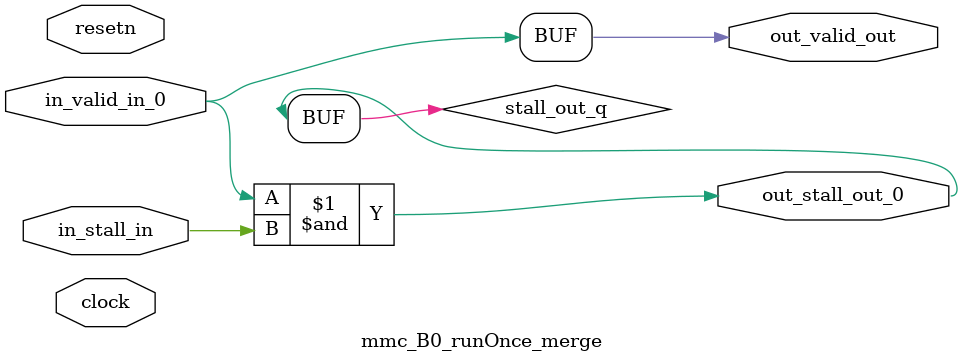
<source format=sv>



(* altera_attribute = "-name AUTO_SHIFT_REGISTER_RECOGNITION OFF; -name MESSAGE_DISABLE 10036; -name MESSAGE_DISABLE 10037; -name MESSAGE_DISABLE 14130; -name MESSAGE_DISABLE 14320; -name MESSAGE_DISABLE 15400; -name MESSAGE_DISABLE 14130; -name MESSAGE_DISABLE 10036; -name MESSAGE_DISABLE 12020; -name MESSAGE_DISABLE 12030; -name MESSAGE_DISABLE 12010; -name MESSAGE_DISABLE 12110; -name MESSAGE_DISABLE 14320; -name MESSAGE_DISABLE 13410; -name MESSAGE_DISABLE 113007; -name MESSAGE_DISABLE 10958" *)
module mmc_B0_runOnce_merge (
    input wire [0:0] in_stall_in,
    input wire [0:0] in_valid_in_0,
    output wire [0:0] out_stall_out_0,
    output wire [0:0] out_valid_out,
    input wire clock,
    input wire resetn
    );

    wire [0:0] stall_out_q;


    // stall_out(LOGICAL,6)
    assign stall_out_q = in_valid_in_0 & in_stall_in;

    // out_stall_out_0(GPOUT,4)
    assign out_stall_out_0 = stall_out_q;

    // out_valid_out(GPOUT,5)
    assign out_valid_out = in_valid_in_0;

endmodule

</source>
